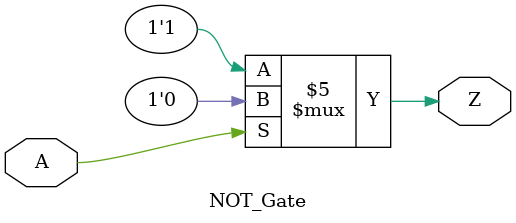
<source format=sv>
/*
  Code can be found here: https://edaplayground.com/x/tRk7
*/

// main program
module NOT_Gate (output reg Z, input A);

  always @ (A) begin

    if (A == 0)
      #1 Z = 1;

    else
      #1 Z = 0;

  end

endmodule


// testbench
module tb_NOT_Gate;

  reg p;
  wire r;

  initial begin

		// $dumpfile ("dump.vcd"); //only needed if using the online compiler
		// $dumpvars (1, tb_NOT_Gate); //only needed if using the online compiler

    // #000 p = 0;
    // #100 p = 1;
    // #100 $stop;

  end

  NOT_Gate U1 (r, p);

endmodule

</source>
